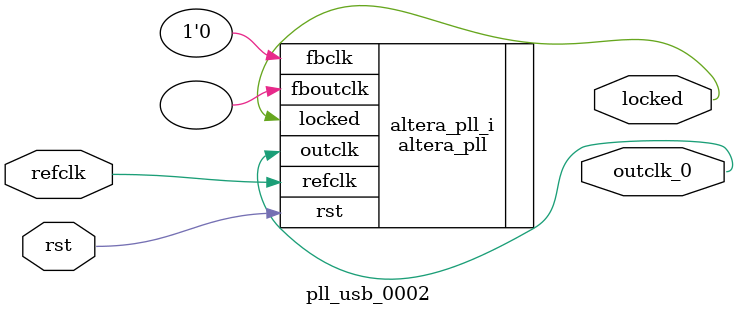
<source format=v>
`timescale 1ns/10ps
module  pll_usb_0002(

	// interface 'refclk'
	input wire refclk,

	// interface 'reset'
	input wire rst,

	// interface 'outclk0'
	output wire outclk_0,

	// interface 'locked'
	output wire locked
);

	altera_pll #(
		.fractional_vco_multiplier("false"),
		.reference_clock_frequency("5.0 MHz"),
		.operation_mode("direct"),
		.number_of_clocks(1),
		.output_clock_frequency0("48.000000 MHz"),
		.phase_shift0("0 ps"),
		.duty_cycle0(50),
		.output_clock_frequency1("0 MHz"),
		.phase_shift1("0 ps"),
		.duty_cycle1(50),
		.output_clock_frequency2("0 MHz"),
		.phase_shift2("0 ps"),
		.duty_cycle2(50),
		.output_clock_frequency3("0 MHz"),
		.phase_shift3("0 ps"),
		.duty_cycle3(50),
		.output_clock_frequency4("0 MHz"),
		.phase_shift4("0 ps"),
		.duty_cycle4(50),
		.output_clock_frequency5("0 MHz"),
		.phase_shift5("0 ps"),
		.duty_cycle5(50),
		.output_clock_frequency6("0 MHz"),
		.phase_shift6("0 ps"),
		.duty_cycle6(50),
		.output_clock_frequency7("0 MHz"),
		.phase_shift7("0 ps"),
		.duty_cycle7(50),
		.output_clock_frequency8("0 MHz"),
		.phase_shift8("0 ps"),
		.duty_cycle8(50),
		.output_clock_frequency9("0 MHz"),
		.phase_shift9("0 ps"),
		.duty_cycle9(50),
		.output_clock_frequency10("0 MHz"),
		.phase_shift10("0 ps"),
		.duty_cycle10(50),
		.output_clock_frequency11("0 MHz"),
		.phase_shift11("0 ps"),
		.duty_cycle11(50),
		.output_clock_frequency12("0 MHz"),
		.phase_shift12("0 ps"),
		.duty_cycle12(50),
		.output_clock_frequency13("0 MHz"),
		.phase_shift13("0 ps"),
		.duty_cycle13(50),
		.output_clock_frequency14("0 MHz"),
		.phase_shift14("0 ps"),
		.duty_cycle14(50),
		.output_clock_frequency15("0 MHz"),
		.phase_shift15("0 ps"),
		.duty_cycle15(50),
		.output_clock_frequency16("0 MHz"),
		.phase_shift16("0 ps"),
		.duty_cycle16(50),
		.output_clock_frequency17("0 MHz"),
		.phase_shift17("0 ps"),
		.duty_cycle17(50),
		.pll_type("General"),
		.pll_subtype("General")
	) altera_pll_i (
		.rst	(rst),
		.outclk	({outclk_0}),
		.locked	(locked),
		.fboutclk	( ),
		.fbclk	(1'b0),
		.refclk	(refclk)
	);
endmodule


</source>
